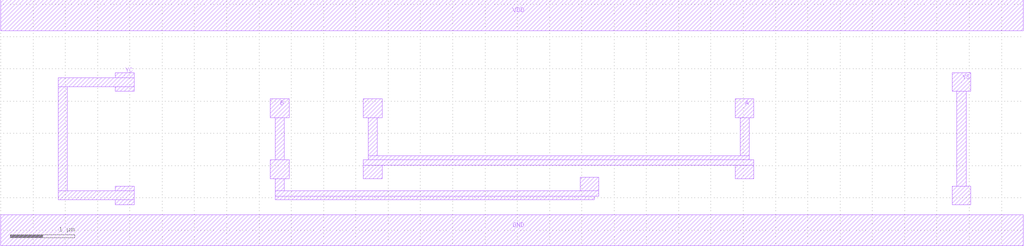
<source format=lef>
MACRO HAX1
 CLASS CORE ;
 FOREIGN HAX1 0 0 ;
 ORIGIN 0 0 ;
 SYMMETRY X Y R90 ;
 SITE CORE ;
  PIN VDD
   DIRECTION INOUT ;
   USE SIGNAL ;
   SHAPE ABUTMENT ;
    PORT
     CLASS CORE ;
       LAYER metal2 ;
        RECT 0.00000000 3.09000000 15.84000000 3.57000000 ;
    END
  END VDD

  PIN GND
   DIRECTION INOUT ;
   USE SIGNAL ;
   SHAPE ABUTMENT ;
    PORT
     CLASS CORE ;
       LAYER metal2 ;
        RECT 0.00000000 -0.24000000 15.84000000 0.24000000 ;
    END
  END GND

  PIN YS
   DIRECTION INOUT ;
   USE SIGNAL ;
   SHAPE ABUTMENT ;
    PORT
     CLASS CORE ;
       LAYER metal2 ;
        RECT 14.73500000 0.39500000 15.02500000 0.68500000 ;
        RECT 14.81000000 0.68500000 14.95000000 2.15000000 ;
        RECT 14.73500000 2.15000000 15.02500000 2.44000000 ;
    END
  END YS

  PIN YC
   DIRECTION INOUT ;
   USE SIGNAL ;
   SHAPE ABUTMENT ;
    PORT
     CLASS CORE ;
       LAYER metal2 ;
        RECT 1.77500000 0.39500000 2.06500000 0.47000000 ;
        RECT 0.89000000 0.47000000 2.06500000 0.61000000 ;
        RECT 1.77500000 0.61000000 2.06500000 0.68500000 ;
        RECT 0.89000000 0.61000000 1.03000000 2.22500000 ;
        RECT 1.77500000 2.15000000 2.06500000 2.22500000 ;
        RECT 0.89000000 2.22500000 2.06500000 2.36500000 ;
        RECT 1.77500000 2.36500000 2.06500000 2.44000000 ;
    END
  END YC

  PIN B
   DIRECTION INOUT ;
   USE SIGNAL ;
   SHAPE ABUTMENT ;
    PORT
     CLASS CORE ;
       LAYER metal2 ;
        RECT 4.25000000 0.47000000 9.19000000 0.53000000 ;
        RECT 4.25000000 0.53000000 9.26500000 0.61000000 ;
        RECT 4.25000000 0.61000000 4.39000000 0.80000000 ;
        RECT 8.97500000 0.61000000 9.26500000 0.82000000 ;
        RECT 4.17500000 0.80000000 4.46500000 1.09000000 ;
        RECT 4.25000000 1.09000000 4.39000000 1.74500000 ;
        RECT 4.17500000 1.74500000 4.46500000 2.03500000 ;
    END
  END B

  PIN A
   DIRECTION INOUT ;
   USE SIGNAL ;
   SHAPE ABUTMENT ;
    PORT
     CLASS CORE ;
       LAYER metal2 ;
        RECT 5.61500000 0.80000000 5.90500000 1.01000000 ;
        RECT 11.37500000 0.80000000 11.66500000 1.01000000 ;
        RECT 5.61500000 1.01000000 11.66500000 1.09000000 ;
        RECT 5.69000000 1.09000000 11.59000000 1.15000000 ;
        RECT 5.69000000 1.15000000 5.83000000 1.74500000 ;
        RECT 11.45000000 1.15000000 11.59000000 1.74500000 ;
        RECT 5.61500000 1.74500000 5.90500000 2.03500000 ;
        RECT 11.37500000 1.74500000 11.66500000 2.03500000 ;
    END
  END A


END HAX1

</source>
